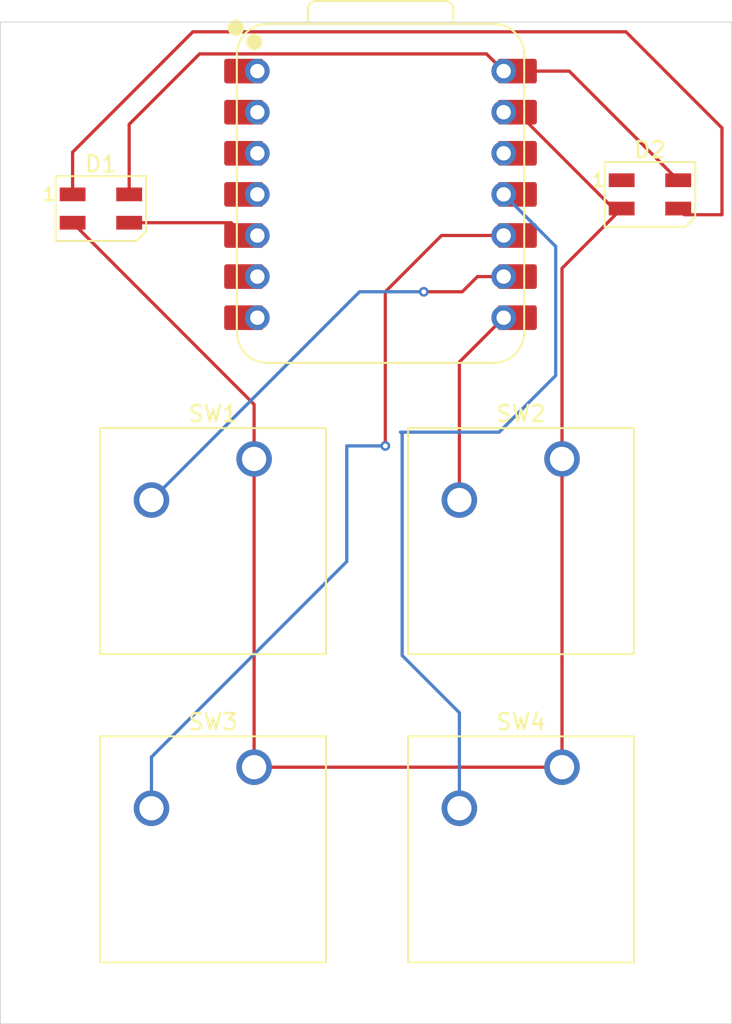
<source format=kicad_pcb>
(kicad_pcb (version 20241229) (generator "pcbnew") (generator_version "9.0")
  (layers (0 "F.Cu" signal) (2 "B.Cu" signal) (13 "F.Paste" user) (15 "B.Paste" user) (5 "F.SilkS" user "F.Silkscreen") (7 "B.SilkS" user "B.Silkscreen") (1 "F.Mask" user) (3 "B.Mask" user) (25 "Edge.Cuts" user))
  (net 0 "")
  (net 1 "Net-(D1-DOUT)")
  (net 2 "Net-(D1-DIN)")
  (net 3 "+5V")
  (net 4 "GND")
  (net 6 "Net-(U1-GPIO2{slash}SCK)")
  (net 7 "Net-(U1-GPIO1{slash}RX)")
  (net 8 "Net-(U1-GPIO4{slash}MISO)")
  (net 9 "Net-(U1-GPIO3{slash}MOSI)")
  (footprint "LED_SMD:LED_SK6812MINI_PLCC4_3.5x3.5mm_P1.75mm" (layer "F.Cu") (at 89.561 42.4802)
    (property "Reference" "D1" (at 0 -2.75 0) (layer "F.SilkS"))
    (property "Value" "SK6812MINI")
    (fp_line (start -2.8 -2) (end -2.8 2) (stroke (width 0.12)) (layer "F.SilkS"))
    (fp_line (start -2.8 -2) (end 2.8 -2) (stroke (width 0.12)) (layer "F.SilkS"))
    (fp_line (start -2.8 2) (end 2.2 2) (stroke (width 0.12)) (layer "F.SilkS"))
    (fp_line (start 2.8 1.4) (end 2.2 2) (stroke (width 0.12)) (layer "F.SilkS"))
    (fp_line (start 2.8 1.4) (end 2.8 -2) (stroke (width 0.12)) (layer "F.SilkS"))
    (fp_text user "1" (at -3.2 -0.875 0) (layer "F.SilkS") (effects (font (size 0.8 0.8))))
    (pad "1" smd rect (at -1.75 -0.875) (size 1.6 0.85) (layers "F.Cu" "F.Mask" "F.Paste") (net 1 "Net-(D1-DOUT)"))
    (pad "2" smd rect (at -1.75 0.875) (size 1.6 0.85) (layers "F.Cu" "F.Mask" "F.Paste") (net 4 "GND"))
    (pad "3" smd rect (at 1.75 0.875) (size 1.6 0.85) (layers "F.Cu" "F.Mask" "F.Paste") (net 2 "Net-(D1-DIN)"))
    (pad "4" smd rect (at 1.75 -0.875) (size 1.6 0.85) (layers "F.Cu" "F.Mask" "F.Paste") (net 3 "+5V"))
  )
  (footprint "Seeed Studio XIAO Series Library:XIAO-RP2040-DIP" (layer "F.Cu") (at 106.861 41.6052)
    (property "Reference" "U1" (hide yes))
    (property "Value" "XIAO-RP2040-DIP")
    (fp_line (start -8.89 8.509) (end -8.89 -8.636) (stroke (width 0.127)) (layer "F.SilkS"))
    (fp_line (start -6.985 10.414) (end 6.985 10.414) (stroke (width 0.127)) (layer "F.SilkS"))
    (fp_line (start -4.495 -10.541) (end -4.491272 -11.451272) (stroke (width 0.127)) (layer "F.SilkS"))
    (fp_line (start -3.991272 -11.951) (end 4.004 -11.951) (stroke (width 0.127)) (layer "F.SilkS"))
    (fp_line (start 4.504 -11.451) (end 4.504 -10.541) (stroke (width 0.127)) (layer "F.SilkS"))
    (fp_line (start 6.985 -10.541) (end -6.985 -10.541) (stroke (width 0.1)) (layer "F.SilkS"))
    (fp_line (start 6.985 -10.541) (end -6.985 -10.541) (stroke (width 0.127)) (layer "F.SilkS"))
    (fp_line (start 8.89 8.509) (end 8.89 -8.636) (stroke (width 0.127)) (layer "F.SilkS"))
    (fp_arc (start -8.89 -8.636) (mid -8.332038 -9.983038) (end -6.985 -10.541) (stroke (width 0.127)) (layer "F.SilkS"))
    (fp_arc (start -6.985 10.414) (mid -8.332038 9.856038) (end -8.89 8.509) (stroke (width 0.127)) (layer "F.SilkS"))
    (fp_arc (start -4.491272 -11.451272) (mid -4.344728 -11.80464) (end -3.991272 -11.951) (stroke (width 0.127)) (layer "F.SilkS"))
    (fp_arc (start 4.004 -11.951) (mid 4.357553 -11.804553) (end 4.504 -11.451) (stroke (width 0.127)) (layer "F.SilkS"))
    (fp_arc (start 6.985 -10.541) (mid 8.332038 -9.983038) (end 8.89 -8.636) (stroke (width 0.127)) (layer "F.SilkS"))
    (fp_arc (start 8.89 8.509) (mid 8.332038 9.856038) (end 6.985 10.414) (stroke (width 0.127)) (layer "F.SilkS"))
    (fp_circle (center -8.95 -10.3) (end -8.95 -10.554) (stroke (width 0.5)) (fill yes) (layer "F.SilkS"))
    (fp_circle (center -7.807 -9.42) (end -7.807 -9.674) (stroke (width 0.5)) (fill yes) (layer "F.SilkS"))
    (pad "1" smd roundrect (at -8.455 -7.62 180) (size 2.432 1.524) (layers "F.Cu" "F.Mask") (roundrect_rratio 0.1))
    (pad "1" thru_hole circle (at -7.62 -7.62 180) (size 1.524 1.524) (drill 0.889) (layers "*.Cu" "*.Mask"))
    (pad "2" smd roundrect (at -8.455 -5.08 180) (size 2.432 1.524) (layers "F.Cu" "F.Mask") (roundrect_rratio 0.1))
    (pad "2" thru_hole circle (at -7.62 -5.08 180) (size 1.524 1.524) (drill 0.889) (layers "*.Cu" "*.Mask"))
    (pad "3" smd roundrect (at -8.455 -2.54 180) (size 2.432 1.524) (layers "F.Cu" "F.Mask") (roundrect_rratio 0.1))
    (pad "3" thru_hole circle (at -7.62 -2.54 180) (size 1.524 1.524) (drill 0.889) (layers "*.Cu" "*.Mask"))
    (pad "4" smd roundrect (at -8.455 0 180) (size 2.432 1.524) (layers "F.Cu" "F.Mask") (roundrect_rratio 0.1))
    (pad "4" thru_hole circle (at -7.62 0 180) (size 1.524 1.524) (drill 0.889) (layers "*.Cu" "*.Mask"))
    (pad "5" smd roundrect (at -8.455 2.54 180) (size 2.432 1.524) (layers "F.Cu" "F.Mask") (roundrect_rratio 0.1) (net 2 "Net-(D1-DIN)"))
    (pad "5" thru_hole circle (at -7.62 2.54 180) (size 1.524 1.524) (drill 0.889) (layers "*.Cu" "*.Mask") (net 2 "Net-(D1-DIN)"))
    (pad "6" smd roundrect (at -8.455 5.08 180) (size 2.432 1.524) (layers "F.Cu" "F.Mask") (roundrect_rratio 0.1))
    (pad "6" thru_hole circle (at -7.62 5.08 180) (size 1.524 1.524) (drill 0.889) (layers "*.Cu" "*.Mask"))
    (pad "7" smd roundrect (at -8.455 7.62 180) (size 2.432 1.524) (layers "F.Cu" "F.Mask") (roundrect_rratio 0.1))
    (pad "7" thru_hole circle (at -7.62 7.62 180) (size 1.524 1.524) (drill 0.889) (layers "*.Cu" "*.Mask"))
    (pad "8" thru_hole circle (at 7.62 7.62) (size 1.524 1.524) (drill 0.889) (layers "*.Cu" "*.Mask") (net 7 "Net-(U1-GPIO1{slash}RX)"))
    (pad "8" smd roundrect (at 8.455 7.62) (size 2.432 1.524) (layers "F.Cu" "F.Mask") (roundrect_rratio 0.1) (net 7 "Net-(U1-GPIO1{slash}RX)"))
    (pad "9" thru_hole circle (at 7.62 5.08) (size 1.524 1.524) (drill 0.889) (layers "*.Cu" "*.Mask") (net 6 "Net-(U1-GPIO2{slash}SCK)"))
    (pad "9" smd roundrect (at 8.455 5.08) (size 2.432 1.524) (layers "F.Cu" "F.Mask") (roundrect_rratio 0.1) (net 6 "Net-(U1-GPIO2{slash}SCK)"))
    (pad "10" thru_hole circle (at 7.62 2.54) (size 1.524 1.524) (drill 0.889) (layers "*.Cu" "*.Mask") (net 8 "Net-(U1-GPIO4{slash}MISO)"))
    (pad "10" smd roundrect (at 8.455 2.54) (size 2.432 1.524) (layers "F.Cu" "F.Mask") (roundrect_rratio 0.1) (net 8 "Net-(U1-GPIO4{slash}MISO)"))
    (pad "11" thru_hole circle (at 7.62 0) (size 1.524 1.524) (drill 0.889) (layers "*.Cu" "*.Mask") (net 9 "Net-(U1-GPIO3{slash}MOSI)"))
    (pad "11" smd roundrect (at 8.455 0) (size 2.432 1.524) (layers "F.Cu" "F.Mask") (roundrect_rratio 0.1) (net 9 "Net-(U1-GPIO3{slash}MOSI)"))
    (pad "12" thru_hole circle (at 7.62 -2.54) (size 1.524 1.524) (drill 0.889) (layers "*.Cu" "*.Mask"))
    (pad "12" smd roundrect (at 8.455 -2.54) (size 2.432 1.524) (layers "F.Cu" "F.Mask") (roundrect_rratio 0.1))
    (pad "13" thru_hole circle (at 7.62 -5.08) (size 1.524 1.524) (drill 0.889) (layers "*.Cu" "*.Mask") (net 4 "GND"))
    (pad "13" smd roundrect (at 8.455 -5.08) (size 2.432 1.524) (layers "F.Cu" "F.Mask") (roundrect_rratio 0.1) (net 4 "GND"))
    (pad "14" thru_hole circle (at 7.62 -7.62) (size 1.524 1.524) (drill 0.889) (layers "*.Cu" "*.Mask") (net 3 "+5V"))
    (pad "14" smd roundrect (at 8.455 -7.62) (size 2.432 1.524) (layers "F.Cu" "F.Mask") (roundrect_rratio 0.1) (net 3 "+5V"))
  )
  (footprint "LED_SMD:LED_SK6812MINI_PLCC4_3.5x3.5mm_P1.75mm" (layer "F.Cu") (at 123.52975 41.6052)
    (property "Reference" "D2" (at 0 -2.75 0) (layer "F.SilkS"))
    (property "Value" "SK6812MINI")
    (fp_line (start -2.8 -2) (end -2.8 2) (stroke (width 0.12)) (layer "F.SilkS"))
    (fp_line (start -2.8 -2) (end 2.8 -2) (stroke (width 0.12)) (layer "F.SilkS"))
    (fp_line (start -2.8 2) (end 2.2 2) (stroke (width 0.12)) (layer "F.SilkS"))
    (fp_line (start 2.8 1.4) (end 2.2 2) (stroke (width 0.12)) (layer "F.SilkS"))
    (fp_line (start 2.8 1.4) (end 2.8 -2) (stroke (width 0.12)) (layer "F.SilkS"))
    (fp_text user "1" (at -3.2 -0.875 0) (layer "F.SilkS") (effects (font (size 0.8 0.8))))
    (pad "1" smd rect (at -1.75 -0.875) (size 1.6 0.85) (layers "F.Cu" "F.Mask" "F.Paste"))
    (pad "2" smd rect (at -1.75 0.875) (size 1.6 0.85) (layers "F.Cu" "F.Mask" "F.Paste") (net 4 "GND"))
    (pad "3" smd rect (at 1.75 0.875) (size 1.6 0.85) (layers "F.Cu" "F.Mask" "F.Paste") (net 1 "Net-(D1-DOUT)"))
    (pad "4" smd rect (at 1.75 -0.875) (size 1.6 0.85) (layers "F.Cu" "F.Mask" "F.Paste") (net 3 "+5V"))
  )
  (footprint "Button_Switch_Keyboard:SW_Cherry_MX_1.00u_PCB" (layer "F.Cu") (at 118.09 77.00645)
    (property "Reference" "SW4" (at -2.54 -2.794 0) (layer "F.SilkS"))
    (property "Value" "SW_Push")
    (fp_line (start -9.525 -1.905) (end 4.445 -1.905) (stroke (width 0.12)) (layer "F.SilkS"))
    (fp_line (start -9.525 12.065) (end -9.525 -1.905) (stroke (width 0.12)) (layer "F.SilkS"))
    (fp_line (start 4.445 -1.905) (end 4.445 12.065) (stroke (width 0.12)) (layer "F.SilkS"))
    (fp_line (start 4.445 12.065) (end -9.525 12.065) (stroke (width 0.12)) (layer "F.SilkS"))
    (pad "" np_thru_hole circle (at -7.62 5.08) (size 1.7 1.7) (drill 1.7) (layers "*.Cu" "*.Mask"))
    (pad "" np_thru_hole circle (at -2.54 5.08) (size 4 4) (drill 4) (layers "*.Cu" "*.Mask"))
    (pad "" np_thru_hole circle (at 2.54 5.08) (size 1.7 1.7) (drill 1.7) (layers "*.Cu" "*.Mask"))
    (pad "1" thru_hole circle (at 0 0) (size 2.2 2.2) (drill 1.5) (layers "*.Cu" "*.Mask") (net 4 "GND"))
    (pad "2" thru_hole circle (at -6.35 2.54) (size 2.2 2.2) (drill 1.5) (layers "*.Cu" "*.Mask") (net 9 "Net-(U1-GPIO3{slash}MOSI)"))
  )
  (footprint "Button_Switch_Keyboard:SW_Cherry_MX_1.00u_PCB" (layer "F.Cu") (at 118.09 57.95645)
    (property "Reference" "SW2" (at -2.54 -2.794 0) (layer "F.SilkS"))
    (property "Value" "SW_Push")
    (fp_line (start -9.525 -1.905) (end 4.445 -1.905) (stroke (width 0.12)) (layer "F.SilkS"))
    (fp_line (start -9.525 12.065) (end -9.525 -1.905) (stroke (width 0.12)) (layer "F.SilkS"))
    (fp_line (start 4.445 -1.905) (end 4.445 12.065) (stroke (width 0.12)) (layer "F.SilkS"))
    (fp_line (start 4.445 12.065) (end -9.525 12.065) (stroke (width 0.12)) (layer "F.SilkS"))
    (pad "" np_thru_hole circle (at -7.62 5.08) (size 1.7 1.7) (drill 1.7) (layers "*.Cu" "*.Mask"))
    (pad "" np_thru_hole circle (at -2.54 5.08) (size 4 4) (drill 4) (layers "*.Cu" "*.Mask"))
    (pad "" np_thru_hole circle (at 2.54 5.08) (size 1.7 1.7) (drill 1.7) (layers "*.Cu" "*.Mask"))
    (pad "1" thru_hole circle (at 0 0) (size 2.2 2.2) (drill 1.5) (layers "*.Cu" "*.Mask") (net 4 "GND"))
    (pad "2" thru_hole circle (at -6.35 2.54) (size 2.2 2.2) (drill 1.5) (layers "*.Cu" "*.Mask") (net 7 "Net-(U1-GPIO1{slash}RX)"))
  )
  (footprint "Button_Switch_Keyboard:SW_Cherry_MX_1.00u_PCB" (layer "F.Cu") (at 99.04 77.00645)
    (property "Reference" "SW3" (at -2.54 -2.794 0) (layer "F.SilkS"))
    (property "Value" "SW_Push")
    (fp_line (start -9.525 -1.905) (end 4.445 -1.905) (stroke (width 0.12)) (layer "F.SilkS"))
    (fp_line (start -9.525 12.065) (end -9.525 -1.905) (stroke (width 0.12)) (layer "F.SilkS"))
    (fp_line (start 4.445 -1.905) (end 4.445 12.065) (stroke (width 0.12)) (layer "F.SilkS"))
    (fp_line (start 4.445 12.065) (end -9.525 12.065) (stroke (width 0.12)) (layer "F.SilkS"))
    (pad "" np_thru_hole circle (at -7.62 5.08) (size 1.7 1.7) (drill 1.7) (layers "*.Cu" "*.Mask"))
    (pad "" np_thru_hole circle (at -2.54 5.08) (size 4 4) (drill 4) (layers "*.Cu" "*.Mask"))
    (pad "" np_thru_hole circle (at 2.54 5.08) (size 1.7 1.7) (drill 1.7) (layers "*.Cu" "*.Mask"))
    (pad "1" thru_hole circle (at 0 0) (size 2.2 2.2) (drill 1.5) (layers "*.Cu" "*.Mask") (net 4 "GND"))
    (pad "2" thru_hole circle (at -6.35 2.54) (size 2.2 2.2) (drill 1.5) (layers "*.Cu" "*.Mask") (net 8 "Net-(U1-GPIO4{slash}MISO)"))
  )
  (footprint "Button_Switch_Keyboard:SW_Cherry_MX_1.00u_PCB" (layer "F.Cu") (at 99.04 57.95645)
    (property "Reference" "SW1" (at -2.54 -2.794 0) (layer "F.SilkS"))
    (property "Value" "SW_Push")
    (fp_line (start -9.525 -1.905) (end 4.445 -1.905) (stroke (width 0.12)) (layer "F.SilkS"))
    (fp_line (start -9.525 12.065) (end -9.525 -1.905) (stroke (width 0.12)) (layer "F.SilkS"))
    (fp_line (start 4.445 -1.905) (end 4.445 12.065) (stroke (width 0.12)) (layer "F.SilkS"))
    (fp_line (start 4.445 12.065) (end -9.525 12.065) (stroke (width 0.12)) (layer "F.SilkS"))
    (pad "" np_thru_hole circle (at -7.62 5.08) (size 1.7 1.7) (drill 1.7) (layers "*.Cu" "*.Mask"))
    (pad "" np_thru_hole circle (at -2.54 5.08) (size 4 4) (drill 4) (layers "*.Cu" "*.Mask"))
    (pad "" np_thru_hole circle (at 2.54 5.08) (size 1.7 1.7) (drill 1.7) (layers "*.Cu" "*.Mask"))
    (pad "1" thru_hole circle (at 0 0) (size 2.2 2.2) (drill 1.5) (layers "*.Cu" "*.Mask") (net 4 "GND"))
    (pad "2" thru_hole circle (at -6.35 2.54) (size 2.2 2.2) (drill 1.5) (layers "*.Cu" "*.Mask") (net 6 "Net-(U1-GPIO2{slash}SCK)"))
  )
  (gr_rect (start 83.34375 30.95625) (end 128.5875 92.86875) (stroke (width 0.05)) (fill no) (layer "Edge.Cuts"))
  (segment (start 127.9865 42.8625) (end 125.66205 42.8625) (width 0.2) (layer "F.Cu") (net 1))
  (segment (start 87.811 41.6052) (end 87.811 38.99625) (width 0.2) (layer "F.Cu") (net 1))
  (segment (start 87.811 38.99625) (end 95.25 31.55725) (width 0.2) (layer "F.Cu") (net 1))
  (segment (start 127.9865 37.499) (end 127.9865 42.8625) (width 0.2) (layer "F.Cu") (net 1))
  (segment (start 125.66205 42.8625) (end 125.27975 42.4802) (width 0.2) (layer "F.Cu") (net 1))
  (segment (start 95.25 31.55725) (end 122.04475 31.55725) (width 0.2) (layer "F.Cu") (net 1))
  (segment (start 122.04475 31.55725) (end 127.9865 37.499) (width 0.2) (layer "F.Cu") (net 1))
  (segment (start 91.311 43.3552) (end 97.616 43.3552) (width 0.2) (layer "F.Cu") (net 2))
  (segment (start 97.616 43.3552) (end 98.406 44.1452) (width 0.2) (layer "F.Cu") (net 2))
  (segment (start 91.311 37.2765) (end 95.6653 32.9222) (width 0.2) (layer "F.Cu") (net 3))
  (segment (start 113.418 32.9222) (end 114.481 33.9852) (width 0.2) (layer "F.Cu") (net 3))
  (segment (start 114.481 33.9852) (end 118.53475 33.9852) (width 0.2) (layer "F.Cu") (net 3))
  (segment (start 95.6653 32.9222) (end 113.418 32.9222) (width 0.2) (layer "F.Cu") (net 3))
  (segment (start 91.311 41.6052) (end 91.311 37.2765) (width 0.2) (layer "F.Cu") (net 3))
  (segment (start 118.53475 33.9852) (end 125.27975 40.7302) (width 0.2) (layer "F.Cu") (net 3))
  (segment (start 99.04 77.00645) (end 99.04 57.95645) (width 0.2) (layer "F.Cu") (net 4))
  (segment (start 118.09 57.95645) (end 118.09 46.16995) (width 0.2) (layer "F.Cu") (net 4))
  (segment (start 115.316 36.5252) (end 121.271 42.4802) (width 0.2) (layer "F.Cu") (net 4))
  (segment (start 99.04 77.00645) (end 118.09 77.00645) (width 0.2) (layer "F.Cu") (net 4))
  (segment (start 118.09 57.95645) (end 118.09 77.00645) (width 0.2) (layer "F.Cu") (net 4))
  (segment (start 121.271 42.4802) (end 121.77975 42.4802) (width 0.2) (layer "F.Cu") (net 4))
  (segment (start 118.09 46.16995) (end 121.77975 42.4802) (width 0.2) (layer "F.Cu") (net 4))
  (segment (start 118.09 77.00645) (end 118.19355 77.00645) (width 0.2) (layer "F.Cu") (net 4))
  (segment (start 99.04 57.95645) (end 99.04 54.5842) (width 0.2) (layer "F.Cu") (net 4))
  (segment (start 99.04 54.5842) (end 87.811 43.3552) (width 0.2) (layer "F.Cu") (net 4))
  (segment (start 111.91875 47.625) (end 112.85855 46.6852) (width 0.2) (layer "F.Cu") (net 6))
  (segment (start 109.5375 47.625) (end 111.91875 47.625) (width 0.2) (layer "F.Cu") (net 6))
  (segment (start 112.85855 46.6852) (end 114.481 46.6852) (width 0.2) (layer "F.Cu") (net 6))
  (via (at 109.5375 47.625) (size 0.6) (drill 0.3) (layers "F.Cu" "B.Cu") (net 6))
  (segment (start 105.56145 47.625) (end 109.5375 47.625) (width 0.2) (layer "B.Cu") (net 6))
  (segment (start 92.69 60.49645) (end 105.56145 47.625) (width 0.2) (layer "B.Cu") (net 6))
  (segment (start 111.74 60.49645) (end 111.74 51.9662) (width 0.2) (layer "F.Cu") (net 7))
  (segment (start 111.74 51.9662) (end 114.481 49.2252) (width 0.2) (layer "F.Cu") (net 7))
  (segment (start 107.15625 57.15) (end 107.15625 47.625) (width 0.2) (layer "F.Cu") (net 8))
  (segment (start 110.63605 44.1452) (end 114.481 44.1452) (width 0.2) (layer "F.Cu") (net 8))
  (segment (start 107.15625 47.625) (end 110.63605 44.1452) (width 0.2) (layer "F.Cu") (net 8))
  (via (at 107.15625 57.15) (size 0.6) (drill 0.3) (layers "F.Cu" "B.Cu") (net 8))
  (segment (start 104.775 57.15) (end 104.775 64.29375) (width 0.2) (layer "B.Cu") (net 8))
  (segment (start 104.775 64.29375) (end 92.69 76.37875) (width 0.2) (layer "B.Cu") (net 8))
  (segment (start 92.69 76.37875) (end 92.69 79.54645) (width 0.2) (layer "B.Cu") (net 8))
  (segment (start 107.15625 57.15) (end 104.775 57.15) (width 0.2) (layer "B.Cu") (net 8))
  (segment (start 114.2 56.3) (end 117.7 52.8) (width 0.2) (layer "B.Cu") (net 9))
  (segment (start 111.74 79.54645) (end 111.74 73.64) (width 0.2) (layer "B.Cu") (net 9))
  (segment (start 117.7 52.8) (end 117.7 44.8242) (width 0.2) (layer "B.Cu") (net 9))
  (segment (start 117.7 44.8242) (end 114.481 41.6052) (width 0.2) (layer "B.Cu") (net 9))
  (segment (start 108.1 56.3) (end 114.2 56.3) (width 0.2) (layer "B.Cu") (net 9))
  (segment (start 108.2 56.4) (end 108.1 56.3) (width 0.2) (layer "B.Cu") (net 9))
  (segment (start 111.74 73.64) (end 108.2 70.1) (width 0.2) (layer "B.Cu") (net 9))
  (segment (start 108.2 70.1) (end 108.2 56.4) (width 0.2) (layer "B.Cu") (net 9))
)
</source>
